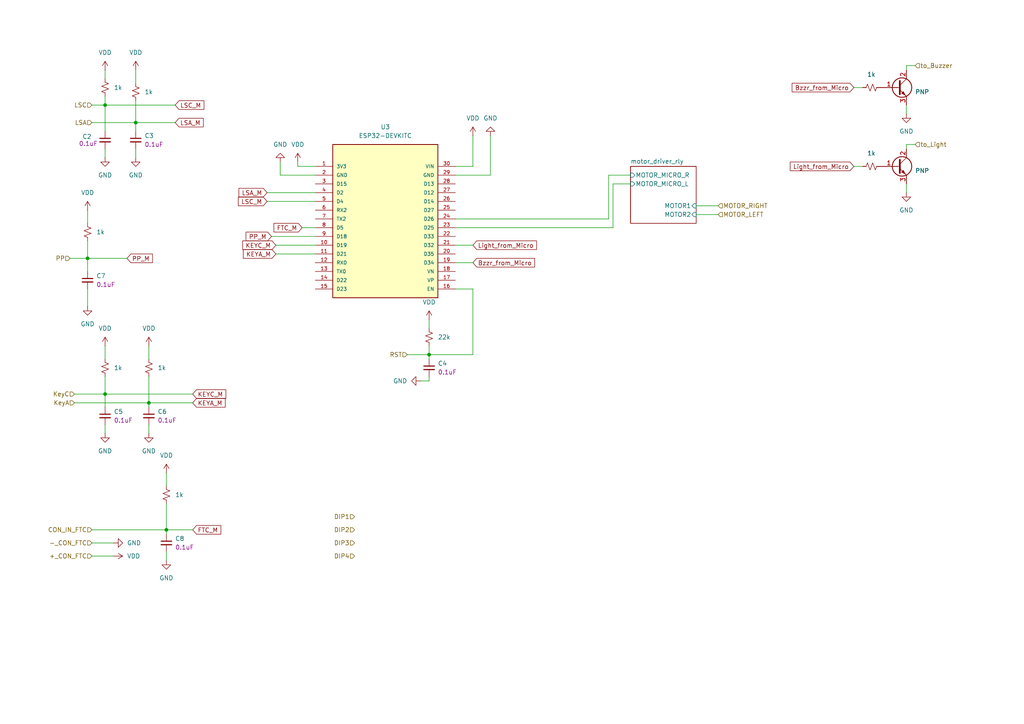
<source format=kicad_sch>
(kicad_sch (version 20231120) (generator "eeschema") (generator_version "8.0")
  (paper "A4")
  (lib_symbols
    (symbol "Device:R_Small_US" (pin_numbers hide) (pin_names (offset 0.254) hide)
      (property "Reference" "R" (at 0.762 0.508 0))
      (property "Value" "R_Small_US" (at 0.762 -1.016 0))
      (symbol "R_Small_US_1_1"
        (polyline (pts (xy 0 0) (xy 1.016 -0.381) (xy 0 -0.762) (xy -1.016 -1.143) (xy 0 -1.524)))
        (polyline (pts (xy 0 1.524) (xy 1.016 1.143) (xy 0 0.762) (xy -1.016 0.381) (xy 0 0)))
        (pin passive line (at 0 2.54 270) (length 1.016) (name "~") (number "1"))
        (pin passive line (at 0 -2.54 90) (length 1.016) (name "~") (number "2"))
      )
    )
    (symbol "ESP32-DEVKITC:ESP32-DEVKITC" (pin_names (offset 1.016))
      (property "Reference" "U1" (at 0 34.29 0))
      (property "Value" "ESP32-DEVKITC" (at 0 31.75 0))
      (symbol "ESP32-DEVKITC_0_0"
        (rectangle (start -15.24 29.21) (end 15.24 -15.24) (stroke (width 0.254)) (fill (type background)))
        (pin power_in line (at -20.32 22.86 0) (length 5.08) (name "3V3") (number "1"))
        (pin bidirectional line (at -20.32 0 0) (length 5.08) (name "D19") (number "10"))
        (pin bidirectional line (at -20.32 -2.54 0) (length 5.08) (name "D21") (number "11"))
        (pin bidirectional line (at -20.32 -5.08 0) (length 5.08) (name "RX0") (number "12"))
        (pin bidirectional line (at -20.32 -7.62 0) (length 5.08) (name "TX0") (number "13"))
        (pin power_in line (at -20.32 -10.16 0) (length 5.08) (name "D22") (number "14"))
        (pin bidirectional line (at -20.32 -12.7 0) (length 5.08) (name "D23") (number "15"))
        (pin bidirectional line (at 20.32 -12.7 180) (length 5.08) (name "EN") (number "16"))
        (pin bidirectional line (at 20.32 -10.16 180) (length 5.08) (name "VP") (number "17"))
        (pin bidirectional line (at 20.32 -7.62 180) (length 5.08) (name "VN") (number "18"))
        (pin bidirectional line (at 20.32 -5.08 180) (length 5.08) (name "D34") (number "19"))
        (pin power_in line (at -20.32 20.32 0) (length 5.08) (name "GND") (number "2"))
        (pin bidirectional line (at 20.32 -2.54 180) (length 5.08) (name "D35") (number "20"))
        (pin bidirectional line (at 20.32 0 180) (length 5.08) (name "D32") (number "21"))
        (pin bidirectional line (at 20.32 2.54 180) (length 5.08) (name "D33") (number "22"))
        (pin bidirectional line (at 20.32 5.08 180) (length 5.08) (name "D25") (number "23"))
        (pin power_in line (at 20.32 7.62 180) (length 5.08) (name "D26") (number "24"))
        (pin bidirectional line (at 20.32 10.16 180) (length 5.08) (name "D27") (number "25"))
        (pin input line (at 20.32 12.7 180) (length 5.08) (name "D14") (number "26"))
        (pin output line (at 20.32 15.24 180) (length 5.08) (name "D12") (number "27"))
        (pin bidirectional line (at 20.32 17.78 180) (length 5.08) (name "D13") (number "28"))
        (pin bidirectional line (at 20.32 20.32 180) (length 5.08) (name "GND") (number "29"))
        (pin bidirectional line (at -20.32 17.78 0) (length 5.08) (name "D15") (number "3"))
        (pin power_in line (at 20.32 22.86 180) (length 5.08) (name "VIN") (number "30"))
        (pin input line (at -20.32 15.24 0) (length 5.08) (name "D2") (number "4"))
        (pin bidirectional line (at -20.32 12.7 0) (length 5.08) (name "D4") (number "5"))
        (pin bidirectional line (at -20.32 10.16 0) (length 5.08) (name "RX2") (number "6"))
        (pin bidirectional line (at -20.32 7.62 0) (length 5.08) (name "TX2") (number "7"))
        (pin bidirectional line (at -20.32 5.08 0) (length 5.08) (name "D5") (number "8"))
        (pin bidirectional line (at -20.32 2.54 0) (length 5.08) (name "D18") (number "9"))
      )
    )
    (symbol "PCM_4ms_Capacitor:100nF_0603_16V" (pin_numbers hide) (pin_names (offset 0.254) hide)
      (property "Reference" "C" (at 1.905 1.27 0))
      (property "Display" "0.1uF" (at 1.905 -1.27 0))
      (symbol "100nF_0603_16V_0_1"
        (polyline (pts (xy -1.524 -0.508) (xy 1.524 -0.508)) (stroke (width 0.3302)))
        (polyline (pts (xy -1.524 0.508) (xy 1.524 0.508)) (stroke (width 0.3048)))
      )
      (symbol "100nF_0603_16V_1_1"
        (pin passive line (at 0 2.54 270) (length 2.032) (name "~") (number "1"))
        (pin passive line (at 0 -2.54 90) (length 2.032) (name "~") (number "2"))
      )
    )
    (symbol "Transistor_BJT:PZT2222A" (pin_names (offset 0) hide)
      (property "Reference" "Q" (at 5.08 1.905 0))
      (property "Value" "PZT2222A" (at 5.08 0 0))
      (symbol "PZT2222A_0_1"
        (polyline (pts (xy 0 0) (xy 0.635 0)))
        (polyline (pts (xy 2.54 -2.54) (xy 0.635 -0.635)))
        (polyline (pts (xy 2.54 2.54) (xy 0.635 0.635)))
        (polyline (pts (xy 0.635 1.905) (xy 0.635 -1.905) (xy 0.635 -1.905)) (stroke (width 0.508)))
        (polyline (pts (xy 2.286 -2.286) (xy 1.778 -1.778) (xy 1.778 -1.778)))
        (polyline (pts (xy 1.143 -1.651) (xy 1.651 -1.143) (xy 2.159 -2.159) (xy 1.143 -1.651) (xy 1.143 -1.651)) (fill (type outline)))
        (circle (center 1.27 0) (radius 2.8194) (stroke (width 0.254)))
      )
      (symbol "PZT2222A_1_1"
        (pin input line (at -5.08 0 0) (length 5.08) (name "B") (number "1"))
        (pin passive line (at 2.54 5.08 270) (length 2.54) (name "C") (number "2"))
        (pin passive line (at 2.54 -5.08 90) (length 2.54) (name "E") (number "3"))
      )
    )
    (symbol "power:GND" (power) (pin_numbers hide) (pin_names (offset 0) hide)
      (property "Value" "GND" (at 0 -3.81 0))
      (symbol "GND_0_1"
        (polyline (pts (xy 0 0) (xy 0 -1.27) (xy 1.27 -1.27) (xy 0 -2.54) (xy -1.27 -1.27) (xy 0 -1.27)))
      )
      (symbol "GND_1_1"
        (pin power_in line (at 0 0 270) (length 0) (name "~") (number "1"))
      )
    )
    (symbol "power:VDD" (power) (pin_numbers hide) (pin_names (offset 0) hide)
      (property "Value" "VDD" (at 0 3.556 0))
      (symbol "VDD_0_1"
        (polyline (pts (xy -0.762 1.27) (xy 0 2.54)))
        (polyline (pts (xy 0 0) (xy 0 2.54)))
        (polyline (pts (xy 0 2.54) (xy 0.762 1.27)))
      )
      (symbol "VDD_1_1"
        (pin power_in line (at 0 0 90) (length 0) (name "~") (number "1"))
      )
    )
  )
  (junction (at 43.18 116.84))
  (junction (at 48.26 153.67))
  (junction (at 124.46 102.87))
  (junction (at 39.37 35.56))
  (junction (at 30.48 30.48))
  (junction (at 25.4 74.93))
  (junction (at 30.48 114.3))
  (wire (pts (xy 21.59 114.3) (xy 30.48 114.3)))
  (wire (pts (xy 25.4 74.93) (xy 25.4 78.74)))
  (wire (pts (xy 25.4 83.82) (xy 25.4 88.9)))
  (wire (pts (xy 39.37 29.21) (xy 39.37 35.56)))
  (wire (pts (xy 142.24 39.37) (xy 142.24 50.8)))
  (wire (pts (xy 132.08 71.12) (xy 137.16 71.12)))
  (wire (pts (xy 39.37 35.56) (xy 50.8 35.56)))
  (wire (pts (xy 124.46 102.87) (xy 137.16 102.87)))
  (wire (pts (xy 247.65 48.26) (xy 250.19 48.26)))
  (wire (pts (xy 48.26 153.67) (xy 55.88 153.67)))
  (wire (pts (xy 124.46 110.49) (xy 124.46 109.22)))
  (wire (pts (xy 176.53 63.5) (xy 176.53 50.8)))
  (wire (pts (xy 137.16 39.37) (xy 137.16 48.26)))
  (wire (pts (xy 30.48 20.32) (xy 30.48 22.86)))
  (wire (pts (xy 137.16 48.26) (xy 132.08 48.26)))
  (wire (pts (xy 43.18 123.19) (xy 43.18 125.73)))
  (wire (pts (xy 25.4 74.93) (xy 36.83 74.93)))
  (wire (pts (xy 201.93 62.23) (xy 208.28 62.23)))
  (wire (pts (xy 86.36 48.26) (xy 91.44 48.26)))
  (wire (pts (xy 262.89 19.05) (xy 262.89 20.32)))
  (wire (pts (xy 118.11 102.87) (xy 124.46 102.87)))
  (wire (pts (xy 26.67 157.48) (xy 33.02 157.48)))
  (wire (pts (xy 30.48 114.3) (xy 55.88 114.3)))
  (wire (pts (xy 43.18 116.84) (xy 55.88 116.84)))
  (wire (pts (xy 262.89 41.91) (xy 262.89 43.18)))
  (wire (pts (xy 78.74 68.58) (xy 91.44 68.58)))
  (wire (pts (xy 265.43 19.05) (xy 262.89 19.05)))
  (wire (pts (xy 20.32 74.93) (xy 25.4 74.93)))
  (wire (pts (xy 77.47 58.42) (xy 91.44 58.42)))
  (wire (pts (xy 25.4 69.85) (xy 25.4 74.93)))
  (wire (pts (xy 30.48 100.33) (xy 30.48 104.14)))
  (wire (pts (xy 137.16 83.82) (xy 132.08 83.82)))
  (wire (pts (xy 30.48 30.48) (xy 26.67 30.48)))
  (wire (pts (xy 124.46 100.33) (xy 124.46 102.87)))
  (wire (pts (xy 26.67 153.67) (xy 48.26 153.67)))
  (wire (pts (xy 48.26 146.05) (xy 48.26 153.67)))
  (wire (pts (xy 30.48 123.19) (xy 30.48 125.73)))
  (wire (pts (xy 25.4 60.96) (xy 25.4 64.77)))
  (wire (pts (xy 132.08 76.2) (xy 137.16 76.2)))
  (wire (pts (xy 43.18 100.33) (xy 43.18 104.14)))
  (wire (pts (xy 177.8 66.04) (xy 177.8 53.34)))
  (wire (pts (xy 121.92 110.49) (xy 124.46 110.49)))
  (wire (pts (xy 43.18 109.22) (xy 43.18 116.84)))
  (wire (pts (xy 262.89 53.34) (xy 262.89 55.88)))
  (wire (pts (xy 247.65 25.4) (xy 250.19 25.4)))
  (wire (pts (xy 48.26 160.02) (xy 48.26 162.56)))
  (wire (pts (xy 30.48 30.48) (xy 30.48 38.1)))
  (wire (pts (xy 39.37 43.18) (xy 39.37 45.72)))
  (wire (pts (xy 43.18 116.84) (xy 43.18 118.11)))
  (wire (pts (xy 26.67 35.56) (xy 39.37 35.56)))
  (wire (pts (xy 201.93 59.69) (xy 208.28 59.69)))
  (wire (pts (xy 262.89 30.48) (xy 262.89 33.02)))
  (wire (pts (xy 81.28 50.8) (xy 91.44 50.8)))
  (wire (pts (xy 142.24 50.8) (xy 132.08 50.8)))
  (wire (pts (xy 30.48 43.18) (xy 30.48 45.72)))
  (wire (pts (xy 132.08 63.5) (xy 176.53 63.5)))
  (wire (pts (xy 265.43 41.91) (xy 262.89 41.91)))
  (wire (pts (xy 30.48 109.22) (xy 30.48 114.3)))
  (wire (pts (xy 80.01 71.12) (xy 91.44 71.12)))
  (wire (pts (xy 86.36 46.99) (xy 86.36 48.26)))
  (wire (pts (xy 39.37 20.32) (xy 39.37 24.13)))
  (wire (pts (xy 48.26 153.67) (xy 48.26 154.94)))
  (wire (pts (xy 39.37 35.56) (xy 39.37 38.1)))
  (wire (pts (xy 21.59 116.84) (xy 43.18 116.84)))
  (wire (pts (xy 124.46 92.71) (xy 124.46 95.25)))
  (wire (pts (xy 26.67 161.29) (xy 33.02 161.29)))
  (wire (pts (xy 30.48 30.48) (xy 50.8 30.48)))
  (wire (pts (xy 177.8 53.34) (xy 182.88 53.34)))
  (wire (pts (xy 77.47 55.88) (xy 91.44 55.88)))
  (wire (pts (xy 30.48 114.3) (xy 30.48 118.11)))
  (wire (pts (xy 48.26 137.16) (xy 48.26 140.97)))
  (wire (pts (xy 132.08 66.04) (xy 177.8 66.04)))
  (wire (pts (xy 176.53 50.8) (xy 182.88 50.8)))
  (wire (pts (xy 81.28 46.99) (xy 81.28 50.8)))
  (wire (pts (xy 80.01 73.66) (xy 91.44 73.66)))
  (wire (pts (xy 124.46 102.87) (xy 124.46 104.14)))
  (wire (pts (xy 87.63 66.04) (xy 91.44 66.04)))
  (wire (pts (xy 137.16 102.87) (xy 137.16 83.82)))
  (wire (pts (xy 30.48 27.94) (xy 30.48 30.48)))
  (global_label "KEYC_M" (shape input) (at 80.01 71.12 180) (property "Intersheetrefs" "${INTERSHEET_REFS}" (effects (hide yes))))
  (global_label "KEYA_M" (shape input) (at 80.01 73.66 180) (property "Intersheetrefs" "${INTERSHEET_REFS}" (effects (hide yes))))
  (global_label "KEYA_M" (shape input) (at 55.88 116.84 0) (property "Intersheetrefs" "${INTERSHEET_REFS}" (effects (hide yes))))
  (global_label "Bzzr_from_Micro" (shape input) (at 247.65 25.4 180) (property "Intersheetrefs" "${INTERSHEET_REFS}" (effects (hide yes))))
  (global_label "Light_from_Micro" (shape input) (at 247.65 48.26 180) (property "Intersheetrefs" "${INTERSHEET_REFS}" (effects (hide yes))))
  (global_label "PP_M" (shape input) (at 78.74 68.58 180) (property "Intersheetrefs" "${INTERSHEET_REFS}" (effects (hide yes))))
  (global_label "LSA_M" (shape input) (at 77.47 55.88 180) (property "Intersheetrefs" "${INTERSHEET_REFS}" (effects (hide yes))))
  (global_label "Light_from_Micro" (shape input) (at 137.16 71.12 0) (property "Intersheetrefs" "${INTERSHEET_REFS}" (effects (hide yes))))
  (global_label "FTC_M" (shape input) (at 55.88 153.67 0) (property "Intersheetrefs" "${INTERSHEET_REFS}" (effects (hide yes))))
  (global_label "LSC_M" (shape input) (at 77.47 58.42 180) (property "Intersheetrefs" "${INTERSHEET_REFS}" (effects (hide yes))))
  (global_label "PP_M" (shape input) (at 36.83 74.93 0) (property "Intersheetrefs" "${INTERSHEET_REFS}" (effects (hide yes))))
  (global_label "LSA_M" (shape input) (at 50.8 35.56 0) (property "Intersheetrefs" "${INTERSHEET_REFS}" (effects (hide yes))))
  (global_label "Bzzr_from_Micro" (shape input) (at 137.16 76.2 0) (property "Intersheetrefs" "${INTERSHEET_REFS}" (effects (hide yes))))
  (global_label "KEYC_M" (shape input) (at 55.88 114.3 0) (property "Intersheetrefs" "${INTERSHEET_REFS}" (effects (hide yes))))
  (global_label "LSC_M" (shape input) (at 50.8 30.48 0) (property "Intersheetrefs" "${INTERSHEET_REFS}" (effects (hide yes))))
  (global_label "FTC_M" (shape input) (at 87.63 66.04 180) (property "Intersheetrefs" "${INTERSHEET_REFS}" (effects (hide yes))))
  (hierarchical_label "KeyA" (shape input) (at 21.59 116.84 180))
  (hierarchical_label "LSC" (shape input) (at 26.67 30.48 180))
  (hierarchical_label "+_CON_FTC" (shape input) (at 26.67 161.29 180))
  (hierarchical_label "LSA" (shape input) (at 26.67 35.56 180))
  (hierarchical_label "MOTOR_RIGHT" (shape input) (at 208.28 59.69 0))
  (hierarchical_label "PP" (shape input) (at 20.32 74.93 180))
  (hierarchical_label "CON_IN_FTC" (shape input) (at 26.67 153.67 180))
  (hierarchical_label "KeyC" (shape input) (at 21.59 114.3 180))
  (hierarchical_label "DIP2" (shape input) (at 102.87 153.67 180))
  (hierarchical_label "to_Buzzer" (shape input) (at 265.43 19.05 0))
  (hierarchical_label "MOTOR_LEFT" (shape input) (at 208.28 62.23 0))
  (hierarchical_label "DIP4" (shape input) (at 102.87 161.29 180))
  (hierarchical_label "-_CON_FTC" (shape input) (at 26.67 157.48 180))
  (hierarchical_label "RST" (shape input) (at 118.11 102.87 180))
  (hierarchical_label "to_Light" (shape input) (at 265.43 41.91 0))
  (hierarchical_label "DIP3" (shape input) (at 102.87 157.48 180))
  (hierarchical_label "DIP1" (shape input) (at 102.87 149.86 180))
  (symbol (lib_id "power:GND") (at 33.02 157.48 90) (unit 1)
    (property "Reference" "#PWR7" (effects (hide yes)))
    (property "Value" "GND" (at 36.83 157.4799 90) (effects (justify right)))
    (property "Description" "Power symbol creates a global label with name \"GND\" , ground" (effects (hide yes)))
  )
  (symbol (lib_id "power:VDD") (at 124.46 92.71 0) (unit 1)
    (property "Reference" "#PWR45" (effects (hide yes)))
    (property "Value" "VDD" (at 124.46 87.63 0))
    (property "Description" "Power symbol creates a global label with name \"VDD\"" (effects (hide yes)))
  )
  (symbol (lib_id "Device:R_Small_US") (at 252.73 25.4 90) (unit 1)
    (property "Reference" "R10" (effects (hide yes)))
    (property "Value" "1k" (at 252.73 21.59 90))
    (property "Footprint" "Resistor_SMD:R_0402_1005Metric" (effects (hide yes)))
    (property "Description" "Resistor, small US symbol" (effects (hide yes)))
  )
  (symbol (lib_id "PCM_4ms_Capacitor:100nF_0603_16V") (at 30.48 40.64 0) (unit 1)
    (property "Reference" "C2" (at 23.876 39.624 0) (effects (justify left)))
    (property "Value" "100nF_0603_16V" (effects (hide yes)))
    (property "Footprint" "4ms_Capacitor:C_0603" (effects (hide yes)))
    (property "Description" "0.1uF, Min. 16V 10%, X7R or X5R or similar" (effects (hide yes)))
    (property "Specifications" "0.1uF, Min. 16V 10%, X7R or X5R or similar" (effects (hide yes)))
    (property "Manufacturer" "AVX Corporation" (effects (hide yes)))
    (property "Part Number" "0603YC104KAT2A" (effects (hide yes)))
    (property "Display" "0.1uF" (at 22.86 41.656 0) (effects (justify left)))
    (property "JLCPCB ID" "C14663" (effects (hide yes)))
  )
  (symbol (lib_id "Device:R_Small_US") (at 25.4 67.31 180) (unit 1)
    (property "Reference" "R3" (effects (hide yes)))
    (property "Value" "1k" (at 27.94 67.3099 0) (effects (justify right)))
    (property "Footprint" "Resistor_SMD:R_0402_1005Metric" (effects (hide yes)))
    (property "Description" "Resistor, small US symbol" (effects (hide yes)))
  )
  (symbol (lib_id "power:GND") (at 262.89 55.88 0) (unit 1)
    (property "Reference" "#PWR23" (effects (hide yes)))
    (property "Value" "GND" (at 262.89 60.96 0))
    (property "Description" "Power symbol creates a global label with name \"GND\" , ground" (effects (hide yes)))
  )
  (symbol (lib_id "PCM_4ms_Capacitor:100nF_0603_16V") (at 43.18 120.65 0) (unit 1)
    (property "Reference" "C6" (at 45.72 119.3862 0) (effects (justify left)))
    (property "Value" "100nF_0603_16V" (effects (hide yes)))
    (property "Footprint" "4ms_Capacitor:C_0603" (effects (hide yes)))
    (property "Description" "0.1uF, Min. 16V 10%, X7R or X5R or similar" (effects (hide yes)))
    (property "Specifications" "0.1uF, Min. 16V 10%, X7R or X5R or similar" (effects (hide yes)))
    (property "Manufacturer" "AVX Corporation" (effects (hide yes)))
    (property "Part Number" "0603YC104KAT2A" (effects (hide yes)))
    (property "Display" "0.1uF" (at 45.72 121.9262 0) (effects (justify left)))
    (property "JLCPCB ID" "C14663" (effects (hide yes)))
  )
  (symbol (lib_id "power:GND") (at 43.18 125.73 0) (unit 1)
    (property "Reference" "#PWR12" (effects (hide yes)))
    (property "Value" "GND" (at 43.18 130.81 0))
    (property "Description" "Power symbol creates a global label with name \"GND\" , ground" (effects (hide yes)))
  )
  (symbol (lib_id "PCM_4ms_Capacitor:100nF_0603_16V") (at 48.26 157.48 0) (unit 1)
    (property "Reference" "C8" (at 50.8 156.2162 0) (effects (justify left)))
    (property "Value" "100nF_0603_16V" (effects (hide yes)))
    (property "Footprint" "4ms_Capacitor:C_0603" (effects (hide yes)))
    (property "Description" "0.1uF, Min. 16V 10%, X7R or X5R or similar" (effects (hide yes)))
    (property "Specifications" "0.1uF, Min. 16V 10%, X7R or X5R or similar" (effects (hide yes)))
    (property "Manufacturer" "AVX Corporation" (effects (hide yes)))
    (property "Part Number" "0603YC104KAT2A" (effects (hide yes)))
    (property "Display" "0.1uF" (at 50.8 158.7562 0) (effects (justify left)))
    (property "JLCPCB ID" "C14663" (effects (hide yes)))
  )
  (symbol (lib_id "power:GND") (at 39.37 45.72 0) (unit 1)
    (property "Reference" "#PWR40" (effects (hide yes)))
    (property "Value" "GND" (at 39.37 50.8 0))
    (property "Description" "Power symbol creates a global label with name \"GND\" , ground" (effects (hide yes)))
  )
  (symbol (lib_id "ESP32-DEVKITC:ESP32-DEVKITC") (at 111.76 71.12 0) (unit 1)
    (property "Reference" "U3" (at 111.76 36.83 0))
    (property "Value" "ESP32-DEVKITC" (at 111.76 39.37 0))
    (property "Footprint" "LIBRERIA PERSONAL:MODULE_ESP32-DEVKITC" (effects (hide yes)))
  )
  (symbol (lib_id "Device:R_Small_US") (at 39.37 26.67 180) (unit 1)
    (property "Reference" "R17" (effects (hide yes)))
    (property "Value" "1k" (at 41.91 26.6699 0) (effects (justify right)))
    (property "Footprint" "Resistor_SMD:R_0402_1005Metric" (effects (hide yes)))
    (property "Description" "Resistor, small US symbol" (effects (hide yes)))
  )
  (symbol (lib_id "power:GND") (at 48.26 162.56 0) (unit 1)
    (property "Reference" "#PWR49" (effects (hide yes)))
    (property "Value" "GND" (at 48.26 167.64 0))
    (property "Description" "Power symbol creates a global label with name \"GND\" , ground" (effects (hide yes)))
  )
  (symbol (lib_id "Device:R_Small_US") (at 124.46 97.79 180) (unit 1)
    (property "Reference" "R1" (effects (hide yes)))
    (property "Value" "22k" (at 127 97.7899 0) (effects (justify right)))
    (property "Footprint" "Resistor_SMD:R_0402_1005Metric" (effects (hide yes)))
    (property "Description" "Resistor, small US symbol" (effects (hide yes)))
  )
  (symbol (lib_id "power:VDD") (at 30.48 100.33 0) (unit 1)
    (property "Reference" "#PWR9" (effects (hide yes)))
    (property "Value" "VDD" (at 30.48 95.25 0))
    (property "Description" "Power symbol creates a global label with name \"VDD\"" (effects (hide yes)))
  )
  (symbol (lib_id "Transistor_BJT:PZT2222A") (at 260.35 25.4 0) (unit 1)
    (property "Reference" "Q4" (effects (hide yes)))
    (property "Value" "PNP" (at 265.43 26.6699 0) (effects (justify left)))
    (property "Footprint" "Package_TO_SOT_SMD:SOT-223-3_TabPin2" (effects (hide yes)))
    (property "Datasheet" "https://www.onsemi.com/pub/Collateral/PN2222-D.PDF" (effects (hide yes)))
    (property "Description" "1A Ic, 40V Vce, NPN Transistor, General Purpose Transistor, SOT-223" (effects (hide yes)))
  )
  (symbol (lib_id "Transistor_BJT:PZT2222A") (at 260.35 48.26 0) (unit 1)
    (property "Reference" "Q3" (effects (hide yes)))
    (property "Value" "PNP" (at 265.43 49.5299 0) (effects (justify left)))
    (property "Footprint" "Package_TO_SOT_SMD:SOT-223-3_TabPin2" (effects (hide yes)))
    (property "Datasheet" "https://www.onsemi.com/pub/Collateral/PN2222-D.PDF" (effects (hide yes)))
    (property "Description" "1A Ic, 40V Vce, NPN Transistor, General Purpose Transistor, SOT-223" (effects (hide yes)))
  )
  (symbol (lib_id "power:VDD") (at 33.02 161.29 270) (unit 1)
    (property "Reference" "#PWR6" (effects (hide yes)))
    (property "Value" "VDD" (at 36.83 161.2899 90) (effects (justify left)))
    (property "Description" "Power symbol creates a global label with name \"VDD\"" (effects (hide yes)))
  )
  (symbol (lib_id "PCM_4ms_Capacitor:100nF_0603_16V") (at 39.37 40.64 0) (unit 1)
    (property "Reference" "C3" (at 41.91 39.3762 0) (effects (justify left)))
    (property "Value" "100nF_0603_16V" (effects (hide yes)))
    (property "Footprint" "4ms_Capacitor:C_0603" (effects (hide yes)))
    (property "Description" "0.1uF, Min. 16V 10%, X7R or X5R or similar" (effects (hide yes)))
    (property "Specifications" "0.1uF, Min. 16V 10%, X7R or X5R or similar" (effects (hide yes)))
    (property "Manufacturer" "AVX Corporation" (effects (hide yes)))
    (property "Part Number" "0603YC104KAT2A" (effects (hide yes)))
    (property "Display" "0.1uF" (at 41.91 41.9162 0) (effects (justify left)))
    (property "JLCPCB ID" "C14663" (effects (hide yes)))
  )
  (symbol (lib_id "power:GND") (at 81.28 46.99 0) (mirror x) (unit 1)
    (property "Reference" "#PWR18" (effects (hide yes)))
    (property "Value" "GND" (at 81.28 41.91 0))
    (property "Description" "Power symbol creates a global label with name \"GND\" , ground" (effects (hide yes)))
  )
  (symbol (lib_id "power:GND") (at 262.89 33.02 0) (unit 1)
    (property "Reference" "#PWR24" (effects (hide yes)))
    (property "Value" "GND" (at 262.89 38.1 0))
    (property "Description" "Power symbol creates a global label with name \"GND\" , ground" (effects (hide yes)))
  )
  (symbol (lib_id "power:VDD") (at 39.37 20.32 0) (unit 1)
    (property "Reference" "#PWR38" (effects (hide yes)))
    (property "Value" "VDD" (at 39.37 15.24 0))
    (property "Description" "Power symbol creates a global label with name \"VDD\"" (effects (hide yes)))
  )
  (symbol (lib_id "power:VDD") (at 25.4 60.96 0) (unit 1)
    (property "Reference" "#PWR4" (effects (hide yes)))
    (property "Value" "VDD" (at 25.4 55.88 0))
    (property "Description" "Power symbol creates a global label with name \"VDD\"" (effects (hide yes)))
  )
  (symbol (lib_id "Device:R_Small_US") (at 43.18 106.68 180) (unit 1)
    (property "Reference" "R7" (effects (hide yes)))
    (property "Value" "1k" (at 45.72 106.6799 0) (effects (justify right)))
    (property "Footprint" "Resistor_SMD:R_0402_1005Metric" (effects (hide yes)))
    (property "Description" "Resistor, small US symbol" (effects (hide yes)))
  )
  (symbol (lib_id "Device:R_Small_US") (at 252.73 48.26 90) (unit 1)
    (property "Reference" "R9" (effects (hide yes)))
    (property "Value" "1k" (at 252.73 44.45 90))
    (property "Footprint" "Resistor_SMD:R_0402_1005Metric" (effects (hide yes)))
    (property "Description" "Resistor, small US symbol" (effects (hide yes)))
  )
  (symbol (lib_id "Device:R_Small_US") (at 30.48 25.4 0) (unit 1)
    (property "Reference" "R2" (effects (hide yes)))
    (property "Value" "1k" (at 33.02 25.3999 0) (effects (justify left)))
    (property "Footprint" "Resistor_SMD:R_0402_1005Metric" (effects (hide yes)))
    (property "Description" "Resistor, small US symbol" (effects (hide yes)))
  )
  (symbol (lib_id "Device:R_Small_US") (at 30.48 106.68 180) (unit 1)
    (property "Reference" "R6" (effects (hide yes)))
    (property "Value" "1k" (at 33.02 106.6799 0) (effects (justify right)))
    (property "Footprint" "Resistor_SMD:R_0402_1005Metric" (effects (hide yes)))
    (property "Description" "Resistor, small US symbol" (effects (hide yes)))
  )
  (symbol (lib_id "PCM_4ms_Capacitor:100nF_0603_16V") (at 30.48 120.65 0) (unit 1)
    (property "Reference" "C5" (at 33.02 119.3862 0) (effects (justify left)))
    (property "Value" "100nF_0603_16V" (effects (hide yes)))
    (property "Footprint" "4ms_Capacitor:C_0603" (effects (hide yes)))
    (property "Description" "0.1uF, Min. 16V 10%, X7R or X5R or similar" (effects (hide yes)))
    (property "Specifications" "0.1uF, Min. 16V 10%, X7R or X5R or similar" (effects (hide yes)))
    (property "Manufacturer" "AVX Corporation" (effects (hide yes)))
    (property "Part Number" "0603YC104KAT2A" (effects (hide yes)))
    (property "Display" "0.1uF" (at 33.02 121.9262 0) (effects (justify left)))
    (property "JLCPCB ID" "C14663" (effects (hide yes)))
  )
  (symbol (lib_id "power:VDD") (at 43.18 100.33 0) (unit 1)
    (property "Reference" "#PWR11" (effects (hide yes)))
    (property "Value" "VDD" (at 43.18 95.25 0))
    (property "Description" "Power symbol creates a global label with name \"VDD\"" (effects (hide yes)))
  )
  (symbol (lib_id "power:VDD") (at 86.36 46.99 0) (mirror y) (unit 1)
    (property "Reference" "#PWR17" (effects (hide yes)))
    (property "Value" "VDD" (at 86.36 41.91 0))
    (property "Description" "Power symbol creates a global label with name \"VDD\"" (effects (hide yes)))
  )
  (symbol (lib_id "power:GND") (at 25.4 88.9 0) (unit 1)
    (property "Reference" "#PWR5" (effects (hide yes)))
    (property "Value" "GND" (at 25.4 93.98 0))
    (property "Description" "Power symbol creates a global label with name \"GND\" , ground" (effects (hide yes)))
  )
  (symbol (lib_id "power:GND") (at 121.92 110.49 270) (unit 1)
    (property "Reference" "#PWR44" (effects (hide yes)))
    (property "Value" "GND" (at 118.11 110.4899 90) (effects (justify right)))
    (property "Description" "Power symbol creates a global label with name \"GND\" , ground" (effects (hide yes)))
  )
  (symbol (lib_id "power:VDD") (at 137.16 39.37 0) (unit 1)
    (property "Reference" "#PWR41" (effects (hide yes)))
    (property "Value" "VDD" (at 137.16 34.29 0))
    (property "Description" "Power symbol creates a global label with name \"VDD\"" (effects (hide yes)))
  )
  (symbol (lib_id "PCM_4ms_Capacitor:100nF_0603_16V") (at 25.4 81.28 0) (unit 1)
    (property "Reference" "C7" (at 27.94 80.0162 0) (effects (justify left)))
    (property "Value" "100nF_0603_16V" (effects (hide yes)))
    (property "Footprint" "4ms_Capacitor:C_0603" (effects (hide yes)))
    (property "Description" "0.1uF, Min. 16V 10%, X7R or X5R or similar" (effects (hide yes)))
    (property "Specifications" "0.1uF, Min. 16V 10%, X7R or X5R or similar" (effects (hide yes)))
    (property "Manufacturer" "AVX Corporation" (effects (hide yes)))
    (property "Part Number" "0603YC104KAT2A" (effects (hide yes)))
    (property "Display" "0.1uF" (at 27.94 82.5562 0) (effects (justify left)))
    (property "JLCPCB ID" "C14663" (effects (hide yes)))
  )
  (symbol (lib_id "PCM_4ms_Capacitor:100nF_0603_16V") (at 124.46 106.68 0) (unit 1)
    (property "Reference" "C4" (at 127 105.4162 0) (effects (justify left)))
    (property "Value" "100nF_0603_16V" (effects (hide yes)))
    (property "Footprint" "4ms_Capacitor:C_0603" (effects (hide yes)))
    (property "Description" "0.1uF, Min. 16V 10%, X7R or X5R or similar" (effects (hide yes)))
    (property "Specifications" "0.1uF, Min. 16V 10%, X7R or X5R or similar" (effects (hide yes)))
    (property "Manufacturer" "AVX Corporation" (effects (hide yes)))
    (property "Part Number" "0603YC104KAT2A" (effects (hide yes)))
    (property "Display" "0.1uF" (at 127 107.9562 0) (effects (justify left)))
    (property "JLCPCB ID" "C14663" (effects (hide yes)))
  )
  (symbol (lib_id "power:VDD") (at 30.48 20.32 0) (unit 1)
    (property "Reference" "#PWR37" (effects (hide yes)))
    (property "Value" "VDD" (at 30.48 15.24 0))
    (property "Description" "Power symbol creates a global label with name \"VDD\"" (effects (hide yes)))
  )
  (symbol (lib_id "Device:R_Small_US") (at 48.26 143.51 180) (unit 1)
    (property "Reference" "R4" (effects (hide yes)))
    (property "Value" "1k" (at 50.8 143.5099 0) (effects (justify right)))
    (property "Footprint" "Resistor_SMD:R_0402_1005Metric" (effects (hide yes)))
    (property "Description" "Resistor, small US symbol" (effects (hide yes)))
  )
  (symbol (lib_id "power:GND") (at 30.48 125.73 0) (unit 1)
    (property "Reference" "#PWR10" (effects (hide yes)))
    (property "Value" "GND" (at 30.48 130.81 0))
    (property "Description" "Power symbol creates a global label with name \"GND\" , ground" (effects (hide yes)))
  )
  (symbol (lib_id "power:GND") (at 142.24 39.37 180) (unit 1)
    (property "Reference" "#PWR42" (effects (hide yes)))
    (property "Value" "GND" (at 142.24 34.29 0))
    (property "Description" "Power symbol creates a global label with name \"GND\" , ground" (effects (hide yes)))
  )
  (symbol (lib_id "power:VDD") (at 48.26 137.16 0) (unit 1)
    (property "Reference" "#PWR8" (effects (hide yes)))
    (property "Value" "VDD" (at 48.26 132.08 0))
    (property "Description" "Power symbol creates a global label with name \"VDD\"" (effects (hide yes)))
  )
  (symbol (lib_id "power:GND") (at 30.48 45.72 0) (unit 1)
    (property "Reference" "#PWR39" (effects (hide yes)))
    (property "Value" "GND" (at 30.48 50.8 0))
    (property "Description" "Power symbol creates a global label with name \"GND\" , ground" (effects (hide yes)))
  )
  (sheet (at 182.88 48.26) (size 19.05 16.51) (stroke (width 0.1524))
    (property "Sheetname" "motor_driver_rly" (at 182.88 47.5484 0) (effects (justify left bottom)))
    (property "Sheetfile" "motor_driver_rly.kicad_sch" (effects (hide yes)))
    (pin "MOTOR_MICRO_R" input (at 182.88 50.8 180))
    (pin "MOTOR2" input (at 201.93 62.23 0))
    (pin "MOTOR1" input (at 201.93 59.69 0))
    (pin "MOTOR_MICRO_L" input (at 182.88 53.34 180))
  )
)
</source>
